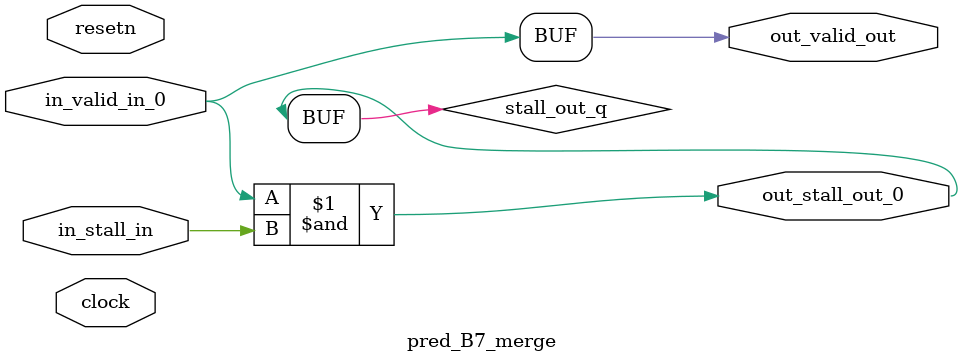
<source format=sv>



(* altera_attribute = "-name AUTO_SHIFT_REGISTER_RECOGNITION OFF; -name MESSAGE_DISABLE 10036; -name MESSAGE_DISABLE 10037; -name MESSAGE_DISABLE 14130; -name MESSAGE_DISABLE 14320; -name MESSAGE_DISABLE 15400; -name MESSAGE_DISABLE 14130; -name MESSAGE_DISABLE 10036; -name MESSAGE_DISABLE 12020; -name MESSAGE_DISABLE 12030; -name MESSAGE_DISABLE 12010; -name MESSAGE_DISABLE 12110; -name MESSAGE_DISABLE 14320; -name MESSAGE_DISABLE 13410; -name MESSAGE_DISABLE 113007; -name MESSAGE_DISABLE 10958" *)
module pred_B7_merge (
    input wire [0:0] in_stall_in,
    input wire [0:0] in_valid_in_0,
    output wire [0:0] out_stall_out_0,
    output wire [0:0] out_valid_out,
    input wire clock,
    input wire resetn
    );

    wire [0:0] stall_out_q;


    // stall_out(LOGICAL,6)
    assign stall_out_q = in_valid_in_0 & in_stall_in;

    // out_stall_out_0(GPOUT,4)
    assign out_stall_out_0 = stall_out_q;

    // out_valid_out(GPOUT,5)
    assign out_valid_out = in_valid_in_0;

endmodule

</source>
